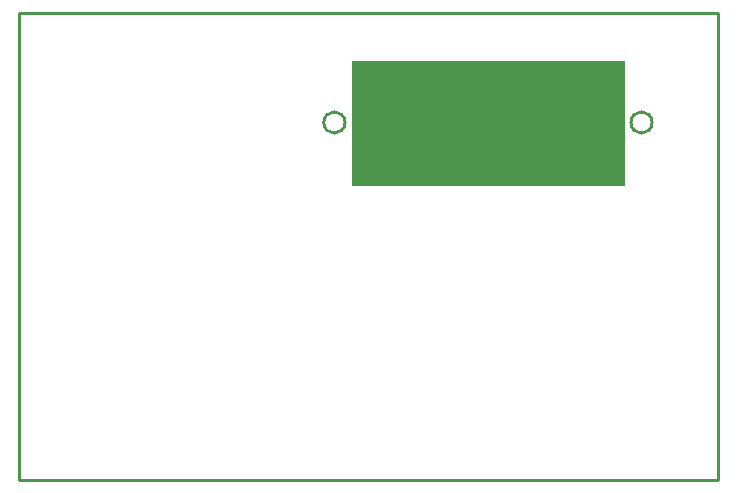
<source format=gbr>
G04 #@! TF.GenerationSoftware,KiCad,Pcbnew,(6.0.0)*
G04 #@! TF.CreationDate,2023-04-26T16:34:13+03:00*
G04 #@! TF.ProjectId,AccLoad,4163634c-6f61-4642-9e6b-696361645f70,rev?*
G04 #@! TF.SameCoordinates,Original*
G04 #@! TF.FileFunction,Profile,NP*
%FSLAX46Y46*%
G04 Gerber Fmt 4.6, Leading zero omitted, Abs format (unit mm)*
G04 Created by KiCad (PCBNEW (6.0.0)) date 2023-04-26 16:34:13*
%MOMM*%
%LPD*%
G01*
G04 APERTURE LIST*
G04 #@! TA.AperFunction,Profile*
%ADD10C,0.250000*%
G04 #@! TD*
G04 #@! TA.AperFunction,Profile*
%ADD11C,0.100000*%
G04 #@! TD*
G04 APERTURE END LIST*
D10*
X163957000Y-107442000D02*
X163957000Y-67942000D01*
X158357000Y-77192000D02*
G75*
G03*
X158357000Y-77192000I-900000J0D01*
G01*
X163957000Y-67942000D02*
X104757000Y-67942000D01*
X132357000Y-77192000D02*
G75*
G03*
X132357000Y-77192000I-900000J0D01*
G01*
X104757000Y-67942000D02*
X104757000Y-107442000D01*
X104757000Y-107442000D02*
X163957000Y-107442000D01*
D11*
X132958601Y-71943907D02*
X155955736Y-71943907D01*
X155955736Y-71943907D02*
X155955736Y-82447233D01*
X155955736Y-82447233D02*
X132958601Y-82447233D01*
X132958601Y-82447233D02*
X132958601Y-71943907D01*
G36*
X132958601Y-71943907D02*
G01*
X155955736Y-71943907D01*
X155955736Y-82447233D01*
X132958601Y-82447233D01*
X132958601Y-71943907D01*
G37*
M02*

</source>
